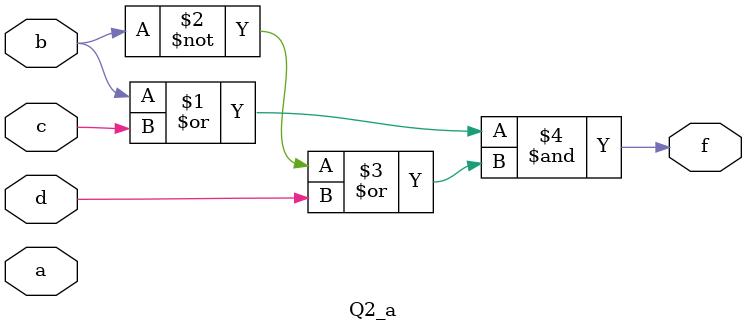
<source format=v>
module Q2_a(a,b,c,d,f);
	input a,b,c,d;
	output f;
	assign f = (b|c)&(~b|d);
endmodule
</source>
